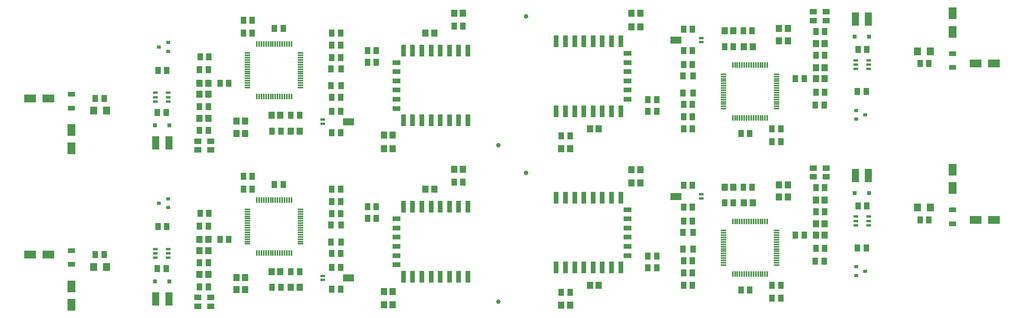
<source format=gtp>
G04*
G04 #@! TF.GenerationSoftware,Altium Limited,Altium Designer,21.6.4 (81)*
G04*
G04 Layer_Color=8421504*
%FSLAX25Y25*%
%MOIN*%
G70*
G04*
G04 #@! TF.SameCoordinates,3D6B76B5-807D-490A-A4E0-8169CAFFE717*
G04*
G04*
G04 #@! TF.FilePolarity,Positive*
G04*
G01*
G75*
%ADD10C,0.03937*%
%ADD11R,0.03937X0.09843*%
%ADD12R,0.07087X0.03937*%
%ADD13R,0.05315X0.05906*%
%ADD14R,0.05118X0.05906*%
%ADD15R,0.04724X0.01181*%
%ADD16R,0.01181X0.04724*%
%ADD17R,0.04331X0.02362*%
%ADD18R,0.09449X0.05906*%
%ADD19R,0.04921X0.06299*%
%ADD20R,0.06102X0.11811*%
%ADD21R,0.03543X0.03740*%
%ADD22R,0.05906X0.05118*%
%ADD23R,0.06299X0.07087*%
%ADD24R,0.06299X0.03937*%
%ADD25R,0.09843X0.06693*%
%ADD26R,0.06693X0.09843*%
%ADD27R,0.03543X0.03150*%
%ADD34R,0.01181X0.04724*%
G54D10*
X433071Y122047D02*
D03*
Y255906D02*
D03*
X409449Y11811D02*
D03*
Y145669D02*
D03*
G54D11*
X466835Y40937D02*
D03*
X474709D02*
D03*
X482583D02*
D03*
X490457D02*
D03*
X498331D02*
D03*
X506205D02*
D03*
X514079D02*
D03*
Y100779D02*
D03*
X506205D02*
D03*
X498331D02*
D03*
X490457D02*
D03*
X482583D02*
D03*
X474709D02*
D03*
X466835D02*
D03*
X458961D02*
D03*
Y40937D02*
D03*
X466835Y174795D02*
D03*
X474709D02*
D03*
X482583D02*
D03*
X490457D02*
D03*
X498331D02*
D03*
X506205D02*
D03*
X514079D02*
D03*
Y234638D02*
D03*
X506205D02*
D03*
X498331D02*
D03*
X490457D02*
D03*
X482583D02*
D03*
X474709D02*
D03*
X466835D02*
D03*
X458961D02*
D03*
Y174795D02*
D03*
X375685Y92921D02*
D03*
X367811D02*
D03*
X359937D02*
D03*
X352063D02*
D03*
X344189D02*
D03*
X336315D02*
D03*
X328441D02*
D03*
Y33079D02*
D03*
X336315D02*
D03*
X344189D02*
D03*
X352063D02*
D03*
X359937D02*
D03*
X367811D02*
D03*
X375685D02*
D03*
X383559D02*
D03*
Y92921D02*
D03*
X375685Y226780D02*
D03*
X367811D02*
D03*
X359937D02*
D03*
X352063D02*
D03*
X344189D02*
D03*
X336315D02*
D03*
X328441D02*
D03*
Y166937D02*
D03*
X336315D02*
D03*
X344189D02*
D03*
X352063D02*
D03*
X359937D02*
D03*
X367811D02*
D03*
X375685D02*
D03*
X383559D02*
D03*
Y226780D02*
D03*
G54D12*
X519984Y90543D02*
D03*
D03*
Y82669D02*
D03*
Y74795D02*
D03*
Y66921D02*
D03*
Y59047D02*
D03*
Y51173D02*
D03*
Y224402D02*
D03*
D03*
Y216528D02*
D03*
Y208653D02*
D03*
Y200780D02*
D03*
Y192905D02*
D03*
Y185031D02*
D03*
X322535Y43315D02*
D03*
D03*
Y51189D02*
D03*
Y59063D02*
D03*
Y66937D02*
D03*
Y74811D02*
D03*
Y82685D02*
D03*
Y177173D02*
D03*
D03*
Y185047D02*
D03*
Y192921D02*
D03*
Y200795D02*
D03*
Y208669D02*
D03*
Y216543D02*
D03*
G54D13*
X619279Y96358D02*
D03*
X626760D02*
D03*
X688260Y78358D02*
D03*
X680780D02*
D03*
X656760Y111858D02*
D03*
X649279D02*
D03*
X610260Y109858D02*
D03*
X602779D02*
D03*
X649279Y101358D02*
D03*
X656760D02*
D03*
X688260Y98858D02*
D03*
X680780D02*
D03*
X680780Y68858D02*
D03*
X688260D02*
D03*
X530760Y113358D02*
D03*
X523279D02*
D03*
Y124858D02*
D03*
X530760D02*
D03*
X470760Y8858D02*
D03*
X463279D02*
D03*
X487780Y25858D02*
D03*
X495260D02*
D03*
X619279Y230217D02*
D03*
X626760D02*
D03*
X688260Y212216D02*
D03*
X680780D02*
D03*
X656760Y245717D02*
D03*
X649279D02*
D03*
X610260Y243717D02*
D03*
X602779D02*
D03*
X649279Y235216D02*
D03*
X656760D02*
D03*
X688260Y232716D02*
D03*
X680780D02*
D03*
X680780Y202716D02*
D03*
X688260D02*
D03*
X530760Y247217D02*
D03*
X523279D02*
D03*
Y258717D02*
D03*
X530760D02*
D03*
X470760Y142717D02*
D03*
X463279D02*
D03*
X487780Y159716D02*
D03*
X495260D02*
D03*
X223240Y37500D02*
D03*
X215760D02*
D03*
X154260Y55500D02*
D03*
X161740D02*
D03*
X185760Y22000D02*
D03*
X193240D02*
D03*
X232260Y24000D02*
D03*
X239740D02*
D03*
X193240Y32500D02*
D03*
X185760D02*
D03*
X154260Y35000D02*
D03*
X161740D02*
D03*
X161740Y65000D02*
D03*
X154260D02*
D03*
X311760Y20500D02*
D03*
X319240D02*
D03*
Y9000D02*
D03*
X311760D02*
D03*
X371760Y125000D02*
D03*
X379240D02*
D03*
X354740Y108000D02*
D03*
X347260D02*
D03*
X223240Y171358D02*
D03*
X215760D02*
D03*
X154260Y189358D02*
D03*
X161740D02*
D03*
X185760Y155858D02*
D03*
X193240D02*
D03*
X232260Y157858D02*
D03*
X239740D02*
D03*
X193240Y166358D02*
D03*
X185760D02*
D03*
X154260Y168858D02*
D03*
X161740D02*
D03*
X161740Y198858D02*
D03*
X154260D02*
D03*
X311760Y154358D02*
D03*
X319240D02*
D03*
Y142858D02*
D03*
X311760D02*
D03*
X371760Y258858D02*
D03*
X379240D02*
D03*
X354740Y241858D02*
D03*
X347260D02*
D03*
G54D14*
X624260Y21858D02*
D03*
X616780D02*
D03*
X643280Y14858D02*
D03*
X650760D02*
D03*
X663279Y68858D02*
D03*
X670760D02*
D03*
X643280Y25858D02*
D03*
X650760D02*
D03*
X602779Y96358D02*
D03*
X610260D02*
D03*
X723760Y57858D02*
D03*
X716280D02*
D03*
X575260Y46858D02*
D03*
X567779D02*
D03*
X575260Y36358D02*
D03*
X567779D02*
D03*
X575260Y25858D02*
D03*
X567779D02*
D03*
X618780Y109858D02*
D03*
X626260D02*
D03*
X575260Y111358D02*
D03*
X567779D02*
D03*
Y80858D02*
D03*
X575260D02*
D03*
Y92858D02*
D03*
X567779D02*
D03*
X680279Y46358D02*
D03*
X687760D02*
D03*
X688260Y88858D02*
D03*
X680780D02*
D03*
X716780Y93858D02*
D03*
X724260D02*
D03*
X680780Y109358D02*
D03*
X688260D02*
D03*
X777260Y81858D02*
D03*
X769779D02*
D03*
X688260Y57358D02*
D03*
X680780D02*
D03*
X537280Y50858D02*
D03*
X544760D02*
D03*
X537280Y40858D02*
D03*
X544760D02*
D03*
X463279Y19858D02*
D03*
X470760D02*
D03*
X624260Y155717D02*
D03*
X616780D02*
D03*
X643280Y148716D02*
D03*
X650760D02*
D03*
X663279Y202716D02*
D03*
X670760D02*
D03*
X643280Y159716D02*
D03*
X650760D02*
D03*
X602779Y230217D02*
D03*
X610260D02*
D03*
X723760Y191717D02*
D03*
X716280D02*
D03*
X575260Y180717D02*
D03*
X567779D02*
D03*
X575260Y170217D02*
D03*
X567779D02*
D03*
X575260Y159716D02*
D03*
X567779D02*
D03*
X618780Y243717D02*
D03*
X626260D02*
D03*
X575260Y245216D02*
D03*
X567779D02*
D03*
Y214717D02*
D03*
X575260D02*
D03*
Y226716D02*
D03*
X567779D02*
D03*
X680279Y180217D02*
D03*
X687760D02*
D03*
X688260Y222716D02*
D03*
X680780D02*
D03*
X716780Y227716D02*
D03*
X724260D02*
D03*
X680780Y243216D02*
D03*
X688260D02*
D03*
X777260Y215717D02*
D03*
X769779D02*
D03*
X688260Y191217D02*
D03*
X680780D02*
D03*
X537280Y184716D02*
D03*
X544760D02*
D03*
X537280Y174716D02*
D03*
X544760D02*
D03*
X463279Y153717D02*
D03*
X470760D02*
D03*
X218260Y112000D02*
D03*
X225740D02*
D03*
X199240Y119000D02*
D03*
X191760D02*
D03*
X179240Y65000D02*
D03*
X171760D02*
D03*
X199240Y108000D02*
D03*
X191760D02*
D03*
X239740Y37500D02*
D03*
X232260D02*
D03*
X118760Y76000D02*
D03*
X126240D02*
D03*
X267260Y87000D02*
D03*
X274740D02*
D03*
X267260Y97500D02*
D03*
X274740D02*
D03*
X267260Y108000D02*
D03*
X274740D02*
D03*
X223740Y24000D02*
D03*
X216260D02*
D03*
X267260Y22500D02*
D03*
X274740D02*
D03*
Y53000D02*
D03*
X267260D02*
D03*
Y41000D02*
D03*
X274740D02*
D03*
X162240Y87500D02*
D03*
X154760D02*
D03*
X154260Y45000D02*
D03*
X161740D02*
D03*
X125740Y40000D02*
D03*
X118260D02*
D03*
X161740Y24500D02*
D03*
X154260D02*
D03*
X65260Y52000D02*
D03*
X72740D02*
D03*
X154260Y76500D02*
D03*
X161740D02*
D03*
X305240Y83000D02*
D03*
X297760D02*
D03*
X305240Y93000D02*
D03*
X297760D02*
D03*
X379240Y114000D02*
D03*
X371760D02*
D03*
X218260Y245858D02*
D03*
X225740D02*
D03*
X199240Y252858D02*
D03*
X191760D02*
D03*
X179240Y198858D02*
D03*
X171760D02*
D03*
X199240Y241858D02*
D03*
X191760D02*
D03*
X239740Y171358D02*
D03*
X232260D02*
D03*
X118760Y209858D02*
D03*
X126240D02*
D03*
X267260Y220858D02*
D03*
X274740D02*
D03*
X267260Y231358D02*
D03*
X274740D02*
D03*
X267260Y241858D02*
D03*
X274740D02*
D03*
X223740Y157858D02*
D03*
X216260D02*
D03*
X267260Y156358D02*
D03*
X274740D02*
D03*
Y186858D02*
D03*
X267260D02*
D03*
Y174858D02*
D03*
X274740D02*
D03*
X162240Y221358D02*
D03*
X154760D02*
D03*
X154260Y178858D02*
D03*
X161740D02*
D03*
X125740Y173858D02*
D03*
X118260D02*
D03*
X161740Y158358D02*
D03*
X154260D02*
D03*
X65260Y185858D02*
D03*
X72740D02*
D03*
X154260Y210358D02*
D03*
X161740D02*
D03*
X305240Y216858D02*
D03*
X297760D02*
D03*
X305240Y226858D02*
D03*
X297760D02*
D03*
X379240Y247858D02*
D03*
X371760D02*
D03*
G54D15*
X601882Y72622D02*
D03*
Y70653D02*
D03*
Y68685D02*
D03*
Y66716D02*
D03*
Y64748D02*
D03*
Y62779D02*
D03*
Y60811D02*
D03*
Y58842D02*
D03*
Y56874D02*
D03*
Y54905D02*
D03*
Y52937D02*
D03*
Y50968D02*
D03*
Y49000D02*
D03*
Y47032D02*
D03*
Y45063D02*
D03*
Y43095D02*
D03*
X647157D02*
D03*
Y45063D02*
D03*
Y47032D02*
D03*
Y49000D02*
D03*
Y50968D02*
D03*
Y52937D02*
D03*
Y54905D02*
D03*
Y56874D02*
D03*
Y58842D02*
D03*
Y60811D02*
D03*
Y62779D02*
D03*
Y64748D02*
D03*
Y66716D02*
D03*
Y68685D02*
D03*
Y70653D02*
D03*
Y72622D02*
D03*
X601882Y206480D02*
D03*
Y204512D02*
D03*
Y202543D02*
D03*
Y200575D02*
D03*
Y198606D02*
D03*
Y196638D02*
D03*
Y194669D02*
D03*
Y192701D02*
D03*
Y190732D02*
D03*
Y188764D02*
D03*
Y186795D02*
D03*
Y184827D02*
D03*
Y182858D02*
D03*
Y180890D02*
D03*
Y178921D02*
D03*
Y176953D02*
D03*
X647157D02*
D03*
Y178921D02*
D03*
Y180890D02*
D03*
Y182858D02*
D03*
Y184827D02*
D03*
Y186795D02*
D03*
Y188764D02*
D03*
Y190732D02*
D03*
Y192701D02*
D03*
Y194669D02*
D03*
Y196638D02*
D03*
Y198606D02*
D03*
Y200575D02*
D03*
Y202543D02*
D03*
Y204512D02*
D03*
Y206480D02*
D03*
X240638Y61236D02*
D03*
Y63205D02*
D03*
Y65173D02*
D03*
Y67142D02*
D03*
Y69110D02*
D03*
Y71079D02*
D03*
Y73047D02*
D03*
Y75016D02*
D03*
Y76984D02*
D03*
Y78953D02*
D03*
Y80921D02*
D03*
Y82890D02*
D03*
Y84858D02*
D03*
Y86827D02*
D03*
Y88795D02*
D03*
Y90764D02*
D03*
X195362D02*
D03*
Y88795D02*
D03*
Y86827D02*
D03*
Y84858D02*
D03*
Y82890D02*
D03*
Y80921D02*
D03*
Y78953D02*
D03*
Y76984D02*
D03*
Y75016D02*
D03*
Y73047D02*
D03*
Y71079D02*
D03*
Y69110D02*
D03*
Y67142D02*
D03*
Y65173D02*
D03*
Y63205D02*
D03*
Y61236D02*
D03*
X240638Y195095D02*
D03*
Y197063D02*
D03*
Y199031D02*
D03*
Y201000D02*
D03*
Y202969D02*
D03*
Y204937D02*
D03*
Y206906D02*
D03*
Y208874D02*
D03*
Y210842D02*
D03*
Y212811D02*
D03*
Y214779D02*
D03*
Y216748D02*
D03*
Y218717D02*
D03*
Y220685D02*
D03*
Y222654D02*
D03*
Y224622D02*
D03*
X195362D02*
D03*
Y222654D02*
D03*
Y220685D02*
D03*
Y218717D02*
D03*
Y216748D02*
D03*
Y214779D02*
D03*
Y212811D02*
D03*
Y210842D02*
D03*
Y208874D02*
D03*
Y206906D02*
D03*
Y204937D02*
D03*
Y202969D02*
D03*
Y201000D02*
D03*
Y199031D02*
D03*
Y197063D02*
D03*
Y195095D02*
D03*
G54D16*
X609756Y35221D02*
D03*
X611724D02*
D03*
X613693D02*
D03*
X615661D02*
D03*
X617630D02*
D03*
X619598D02*
D03*
X621567D02*
D03*
X623535D02*
D03*
X625504D02*
D03*
X627472D02*
D03*
X629441D02*
D03*
X631409D02*
D03*
X633378D02*
D03*
X635347D02*
D03*
X637315D02*
D03*
X639284D02*
D03*
Y80496D02*
D03*
X637315D02*
D03*
X635347D02*
D03*
X633378D02*
D03*
X631409D02*
D03*
X629441D02*
D03*
X627472D02*
D03*
X625504D02*
D03*
X623535D02*
D03*
X621567D02*
D03*
X619598D02*
D03*
X617630D02*
D03*
X615661D02*
D03*
X613693D02*
D03*
X611724D02*
D03*
X609756D02*
D03*
Y169079D02*
D03*
X611724D02*
D03*
X613693D02*
D03*
X615661D02*
D03*
X617630D02*
D03*
X619598D02*
D03*
X621567D02*
D03*
X623535D02*
D03*
X625504D02*
D03*
X627472D02*
D03*
X629441D02*
D03*
X631409D02*
D03*
X633378D02*
D03*
X635347D02*
D03*
X637315D02*
D03*
X639284D02*
D03*
Y214354D02*
D03*
X637315D02*
D03*
X635347D02*
D03*
X633378D02*
D03*
X631409D02*
D03*
X629441D02*
D03*
X627472D02*
D03*
X625504D02*
D03*
X623535D02*
D03*
X621567D02*
D03*
X619598D02*
D03*
X617630D02*
D03*
X615661D02*
D03*
X613693D02*
D03*
X611724D02*
D03*
X609756D02*
D03*
X232764Y98638D02*
D03*
X230795D02*
D03*
X228827D02*
D03*
X226858D02*
D03*
X224890D02*
D03*
X222921D02*
D03*
X220953D02*
D03*
X218984D02*
D03*
X217016D02*
D03*
X215047D02*
D03*
X213079D02*
D03*
X211110D02*
D03*
X209142D02*
D03*
X207173D02*
D03*
X205205D02*
D03*
X203236D02*
D03*
X232764Y232496D02*
D03*
X230795D02*
D03*
X228827D02*
D03*
X226858D02*
D03*
X224890D02*
D03*
X222921D02*
D03*
X220953D02*
D03*
X218984D02*
D03*
X217016D02*
D03*
X215047D02*
D03*
X213079D02*
D03*
X211110D02*
D03*
X209142D02*
D03*
X207173D02*
D03*
X205205D02*
D03*
X203236D02*
D03*
G54D17*
X582945Y103630D02*
D03*
Y100087D02*
D03*
X715008Y84598D02*
D03*
Y80858D02*
D03*
Y77118D02*
D03*
X726031D02*
D03*
Y80858D02*
D03*
Y84598D02*
D03*
X582945Y237488D02*
D03*
Y233945D02*
D03*
X715008Y218457D02*
D03*
Y214717D02*
D03*
Y210976D02*
D03*
X726031D02*
D03*
Y214717D02*
D03*
Y218457D02*
D03*
X259575Y30228D02*
D03*
Y33772D02*
D03*
X127512Y49260D02*
D03*
Y53000D02*
D03*
Y56740D02*
D03*
X116488D02*
D03*
Y53000D02*
D03*
Y49260D02*
D03*
X259575Y164087D02*
D03*
Y167630D02*
D03*
X127512Y183118D02*
D03*
Y186858D02*
D03*
Y190598D02*
D03*
X116488D02*
D03*
Y186858D02*
D03*
Y183118D02*
D03*
G54D18*
X561095Y101858D02*
D03*
Y235717D02*
D03*
X281425Y32000D02*
D03*
Y165858D02*
D03*
G54D19*
X567189Y71142D02*
D03*
X575850Y56575D02*
D03*
X567189D02*
D03*
X575850Y71142D02*
D03*
X567189Y205000D02*
D03*
X575850Y190433D02*
D03*
X567189D02*
D03*
X575850Y205000D02*
D03*
X275331Y62717D02*
D03*
X266669Y77284D02*
D03*
X275331D02*
D03*
X266669Y62717D02*
D03*
X275331Y196575D02*
D03*
X266669Y211142D02*
D03*
X275331D02*
D03*
X266669Y196575D02*
D03*
G54D20*
X725630Y119858D02*
D03*
X714409D02*
D03*
X725630Y253716D02*
D03*
X714409D02*
D03*
X116890Y14000D02*
D03*
X128110D02*
D03*
X116890Y147858D02*
D03*
X128110D02*
D03*
G54D21*
X713819Y104858D02*
D03*
X726221D02*
D03*
X713819Y238717D02*
D03*
X726221D02*
D03*
X128701Y29000D02*
D03*
X116299D02*
D03*
X128701Y162858D02*
D03*
X116299D02*
D03*
G54D22*
X678520Y126098D02*
D03*
Y118618D02*
D03*
X689520Y126098D02*
D03*
Y118618D02*
D03*
X678520Y259957D02*
D03*
Y252476D02*
D03*
X689520Y259957D02*
D03*
Y252476D02*
D03*
X164000Y7760D02*
D03*
Y15240D02*
D03*
X153000Y7760D02*
D03*
Y15240D02*
D03*
X164000Y141618D02*
D03*
Y149098D02*
D03*
X153000Y141618D02*
D03*
Y149098D02*
D03*
G54D23*
X778532Y92358D02*
D03*
X767508D02*
D03*
X778532Y226217D02*
D03*
X767508D02*
D03*
X63988Y41500D02*
D03*
X75012D02*
D03*
X63988Y175358D02*
D03*
X75012D02*
D03*
G54D24*
X797520Y90264D02*
D03*
Y78453D02*
D03*
Y224122D02*
D03*
Y212311D02*
D03*
X45000Y43595D02*
D03*
Y55405D02*
D03*
Y177453D02*
D03*
Y189264D02*
D03*
G54D25*
X817146Y81858D02*
D03*
X832894D02*
D03*
X817146Y215717D02*
D03*
X832894D02*
D03*
X25374Y52000D02*
D03*
X9626D02*
D03*
X25374Y185858D02*
D03*
X9626D02*
D03*
G54D26*
X797520Y108984D02*
D03*
Y124732D02*
D03*
Y242843D02*
D03*
Y258591D02*
D03*
X45000Y24874D02*
D03*
Y9126D02*
D03*
Y158732D02*
D03*
Y142984D02*
D03*
G54D27*
X715083Y41598D02*
D03*
X722957Y37858D02*
D03*
X715083Y34118D02*
D03*
Y175457D02*
D03*
X722957Y171716D02*
D03*
X715083Y167976D02*
D03*
X127437Y92260D02*
D03*
X119563Y96000D02*
D03*
X127437Y99740D02*
D03*
Y226118D02*
D03*
X119563Y229858D02*
D03*
X127437Y233598D02*
D03*
G54D34*
X203236Y53362D02*
D03*
X205205D02*
D03*
X207173D02*
D03*
X209142D02*
D03*
X211110D02*
D03*
X213079D02*
D03*
X215047D02*
D03*
X217016D02*
D03*
X218984D02*
D03*
X220953D02*
D03*
X222921D02*
D03*
X224890D02*
D03*
X226858D02*
D03*
X228827D02*
D03*
X230795D02*
D03*
X232764D02*
D03*
X203236Y187221D02*
D03*
X205205D02*
D03*
X207173D02*
D03*
X209142D02*
D03*
X211110D02*
D03*
X213079D02*
D03*
X215047D02*
D03*
X217016D02*
D03*
X218984D02*
D03*
X220953D02*
D03*
X222921D02*
D03*
X224890D02*
D03*
X226858D02*
D03*
X228827D02*
D03*
X230795D02*
D03*
X232764D02*
D03*
M02*

</source>
